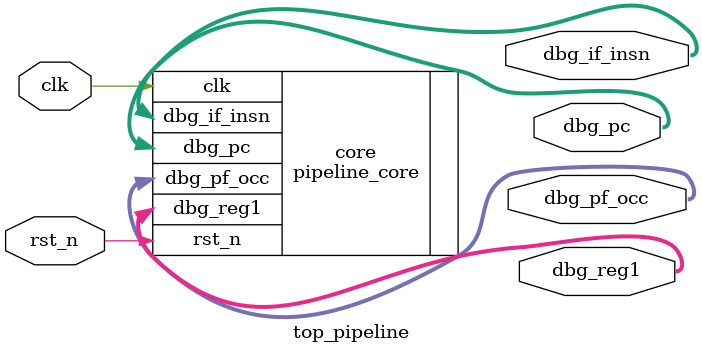
<source format=v>
`timescale 1ns / 1ps


module top_pipeline (
    input  wire clk,
    input  wire rst_n,

    // Add outputs so Vivado does NOT optimize design away
    output wire [31:0] dbg_pc,
    output wire [31:0] dbg_if_insn,
    output wire [7:0]  dbg_pf_occ,
    output wire [31:0] dbg_reg1
);

    // Instantiate your pipeline core
    pipeline_core #(
        .ADDR_WIDTH(10),
        .PF_DEPTH(8)
    ) core (
        .clk(clk),
        .rst_n(rst_n),
        .dbg_if_insn(dbg_if_insn),
        .dbg_pc(dbg_pc),
        .dbg_pf_occ(dbg_pf_occ),
        .dbg_reg1(dbg_reg1)
    );

endmodule

</source>
